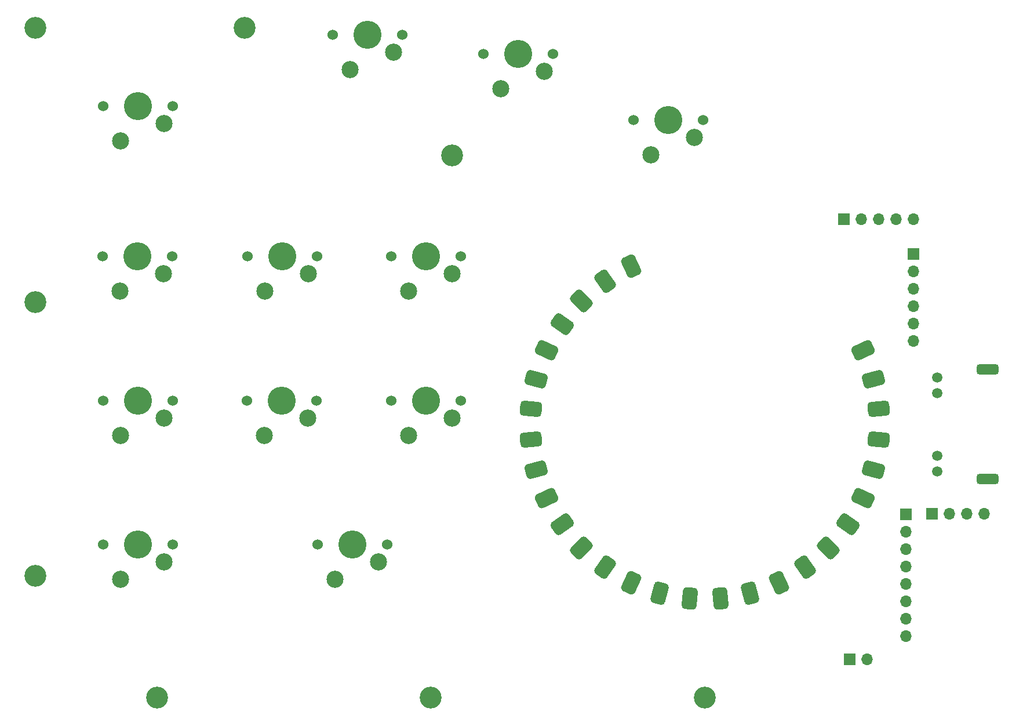
<source format=gbr>
%TF.GenerationSoftware,KiCad,Pcbnew,(6.0.9)*%
%TF.CreationDate,2023-01-29T02:38:54+01:00*%
%TF.ProjectId,PICO DEV M3 KEYPAD,5049434f-2044-4455-9620-4d33204b4559,0.1*%
%TF.SameCoordinates,Original*%
%TF.FileFunction,Soldermask,Bot*%
%TF.FilePolarity,Negative*%
%FSLAX46Y46*%
G04 Gerber Fmt 4.6, Leading zero omitted, Abs format (unit mm)*
G04 Created by KiCad (PCBNEW (6.0.9)) date 2023-01-29 02:38:54*
%MOMM*%
%LPD*%
G01*
G04 APERTURE LIST*
G04 Aperture macros list*
%AMRoundRect*
0 Rectangle with rounded corners*
0 $1 Rounding radius*
0 $2 $3 $4 $5 $6 $7 $8 $9 X,Y pos of 4 corners*
0 Add a 4 corners polygon primitive as box body*
4,1,4,$2,$3,$4,$5,$6,$7,$8,$9,$2,$3,0*
0 Add four circle primitives for the rounded corners*
1,1,$1+$1,$2,$3*
1,1,$1+$1,$4,$5*
1,1,$1+$1,$6,$7*
1,1,$1+$1,$8,$9*
0 Add four rect primitives between the rounded corners*
20,1,$1+$1,$2,$3,$4,$5,0*
20,1,$1+$1,$4,$5,$6,$7,0*
20,1,$1+$1,$6,$7,$8,$9,0*
20,1,$1+$1,$8,$9,$2,$3,0*%
G04 Aperture macros list end*
%ADD10C,3.200000*%
%ADD11R,1.700000X1.700000*%
%ADD12O,1.700000X1.700000*%
%ADD13C,4.100000*%
%ADD14C,1.524000*%
%ADD15C,2.500000*%
%ADD16C,1.500000*%
%ADD17RoundRect,0.375000X-1.225000X0.375000X-1.225000X-0.375000X1.225000X-0.375000X1.225000X0.375000X0*%
%ADD18RoundRect,0.550000X-0.942469X0.718854X-0.054307X-1.184082X0.942469X-0.718854X0.054307X1.184082X0*%
%ADD19RoundRect,0.550000X-1.052979X0.544275X0.152132X-1.175524X1.052979X-0.544275X-0.152132X1.175524X0*%
%ADD20RoundRect,0.550000X-1.131494X0.353158X0.353948X-1.131247X1.131494X-0.353158X-0.353948X1.131247X0*%
%ADD21RoundRect,0.550000X-1.175630X0.151311X0.545010X-1.052599X1.175630X-0.151311X-0.545010X1.052599X0*%
%ADD22RoundRect,0.550000X-1.184044X-0.055133X0.719512X-0.941967X1.184044X0.055133X-0.719512X0.941967X0*%
%ADD23RoundRect,0.550000X-1.156482X-0.259903X0.872152X-0.802715X1.156482X0.259903X-0.872152X0.802715X0*%
%ADD24RoundRect,0.550000X-1.093781X-0.456775X0.998292X-0.639072X1.093781X0.456775X-0.998292X0.639072X0*%
%ADD25RoundRect,0.550000X-0.997846X-0.639769X1.094099X-0.456012X0.997846X0.639769X-1.094099X0.456012X0*%
%ADD26RoundRect,0.550000X-0.871591X-0.803323X1.156663X-0.259095X0.871591X0.803323X-1.156663X0.259095X0*%
%ADD27RoundRect,0.550000X-0.718854X-0.942469X1.184082X-0.054307X0.718854X0.942469X-1.184082X0.054307X0*%
%ADD28RoundRect,0.550000X-0.544275X-1.052979X1.175524X0.152132X0.544275X1.052979X-1.175524X-0.152132X0*%
%ADD29RoundRect,0.550000X-0.353158X-1.131494X1.131247X0.353948X0.353158X1.131494X-1.131247X-0.353948X0*%
%ADD30RoundRect,0.550000X-0.151311X-1.175630X1.052599X0.545010X0.151311X1.175630X-1.052599X-0.545010X0*%
%ADD31RoundRect,0.550000X0.055133X-1.184044X0.941967X0.719512X-0.055133X1.184044X-0.941967X-0.719512X0*%
%ADD32RoundRect,0.550000X0.259903X-1.156482X0.802715X0.872152X-0.259903X1.156482X-0.802715X-0.872152X0*%
%ADD33RoundRect,0.550000X0.456775X-1.093781X0.639072X0.998292X-0.456775X1.093781X-0.639072X-0.998292X0*%
%ADD34RoundRect,0.550000X0.639769X-0.997846X0.456012X1.094099X-0.639769X0.997846X-0.456012X-1.094099X0*%
%ADD35RoundRect,0.550000X0.803323X-0.871591X0.259095X1.156663X-0.803323X0.871591X-0.259095X-1.156663X0*%
%ADD36RoundRect,0.550000X0.942469X-0.718854X0.054307X1.184082X-0.942469X0.718854X-0.054307X-1.184082X0*%
%ADD37RoundRect,0.550000X1.052979X-0.544275X-0.152132X1.175524X-1.052979X0.544275X0.152132X-1.175524X0*%
%ADD38RoundRect,0.550000X1.131494X-0.353158X-0.353948X1.131247X-1.131494X0.353158X0.353948X-1.131247X0*%
%ADD39RoundRect,0.550000X1.175630X-0.151311X-0.545010X1.052599X-1.175630X0.151311X0.545010X-1.052599X0*%
%ADD40RoundRect,0.550000X1.184044X0.055133X-0.719512X0.941967X-1.184044X-0.055133X0.719512X-0.941967X0*%
%ADD41RoundRect,0.550000X1.156482X0.259903X-0.872152X0.802715X-1.156482X-0.259903X0.872152X-0.802715X0*%
%ADD42RoundRect,0.550000X1.093781X0.456775X-0.998292X0.639072X-1.093781X-0.456775X0.998292X-0.639072X0*%
%ADD43RoundRect,0.550000X0.997846X0.639769X-1.094099X0.456012X-0.997846X-0.639769X1.094099X-0.456012X0*%
%ADD44RoundRect,0.550000X0.871591X0.803323X-1.156663X0.259095X-0.871591X-0.803323X1.156663X-0.259095X0*%
%ADD45RoundRect,0.550000X0.718854X0.942469X-1.184082X0.054307X-0.718854X-0.942469X1.184082X-0.054307X0*%
G04 APERTURE END LIST*
D10*
%TO.C,*%
X61188600Y-130860800D03*
X158953200Y-148640800D03*
X61188600Y-90881200D03*
X61176600Y-50866400D03*
X91719400Y-50850800D03*
X118948200Y-148615400D03*
X122047000Y-69494400D03*
X78943200Y-148640800D03*
%TD*%
D11*
%TO.C,J4*%
X179324000Y-78740000D03*
D12*
X181864000Y-78740000D03*
X184404000Y-78740000D03*
X186944000Y-78740000D03*
X189484000Y-78740000D03*
%TD*%
D13*
%TO.C,MK8*%
X118237000Y-105283000D03*
D14*
X113157000Y-105283000D03*
X123317000Y-105283000D03*
D15*
X122047000Y-107823000D03*
X115697000Y-110363000D03*
%TD*%
D11*
%TO.C,J1*%
X192176400Y-121793000D03*
D12*
X194716400Y-121793000D03*
X197256400Y-121793000D03*
X199796400Y-121793000D03*
%TD*%
D14*
%TO.C,MK2*%
X136779000Y-54610000D03*
D13*
X131699000Y-54610000D03*
D14*
X126619000Y-54610000D03*
D15*
X135509000Y-57150000D03*
X129159000Y-59690000D03*
%TD*%
D14*
%TO.C,MK1*%
X158750000Y-64262000D03*
X148590000Y-64262000D03*
D13*
X153670000Y-64262000D03*
D15*
X157480000Y-66802000D03*
X151130000Y-69342000D03*
%TD*%
D11*
%TO.C,J5*%
X189454000Y-83845000D03*
D12*
X189454000Y-86385000D03*
X189454000Y-88925000D03*
X189454000Y-91465000D03*
X189454000Y-94005000D03*
X189454000Y-96545000D03*
%TD*%
D16*
%TO.C,SERIAL_CONN1*%
X192958800Y-115566600D03*
X192958800Y-113276600D03*
X192958800Y-104136600D03*
X192958800Y-101846600D03*
D17*
X200318800Y-116731600D03*
X200318800Y-100681600D03*
%TD*%
D14*
%TO.C,MK5*%
X113157000Y-84201000D03*
D13*
X118237000Y-84201000D03*
D14*
X123317000Y-84201000D03*
D15*
X122047000Y-86741000D03*
X115697000Y-89281000D03*
%TD*%
D14*
%TO.C,MK12*%
X71120000Y-126238000D03*
X81280000Y-126238000D03*
D13*
X76200000Y-126238000D03*
D15*
X80010000Y-128778000D03*
X73660000Y-131318000D03*
%TD*%
D18*
%TO.C,U1*%
X148225575Y-85597592D03*
D19*
X144375549Y-87820406D03*
D20*
X140970000Y-90678000D03*
D21*
X138112406Y-94083548D03*
D22*
X135889592Y-97933574D03*
D23*
X134369098Y-102111098D03*
D24*
X133597123Y-106489186D03*
D25*
X133597123Y-110934813D03*
D26*
X134369098Y-115312902D03*
D27*
X135889592Y-119490425D03*
D28*
X138112406Y-123340451D03*
D29*
X140970000Y-126746000D03*
D30*
X144375548Y-129603594D03*
D31*
X148225574Y-131826408D03*
D32*
X152403098Y-133346902D03*
D33*
X156781186Y-134118877D03*
D34*
X161226813Y-134118877D03*
D35*
X165604902Y-133346902D03*
D36*
X169782425Y-131826408D03*
D37*
X173632451Y-129603594D03*
D38*
X177038000Y-126746000D03*
D39*
X179895594Y-123340452D03*
D40*
X182118408Y-119490426D03*
D41*
X183638902Y-115312902D03*
D42*
X184410877Y-110934814D03*
D43*
X184410877Y-106489187D03*
D44*
X183638902Y-102111098D03*
D45*
X182118408Y-97933575D03*
%TD*%
D11*
%TO.C,J3*%
X188315600Y-121843800D03*
D12*
X188315600Y-124383800D03*
X188315600Y-126923800D03*
X188315600Y-129463800D03*
X188315600Y-132003800D03*
X188315600Y-134543800D03*
X188315600Y-137083800D03*
X188315600Y-139623800D03*
%TD*%
D14*
%TO.C,MK7*%
X81153000Y-84201000D03*
D13*
X76073000Y-84201000D03*
D14*
X70993000Y-84201000D03*
D15*
X79883000Y-86741000D03*
X73533000Y-89281000D03*
%TD*%
D11*
%TO.C,J2*%
X180131400Y-143027800D03*
D12*
X182671400Y-143027800D03*
%TD*%
D13*
%TO.C,MK6*%
X97282000Y-84201000D03*
D14*
X102362000Y-84201000D03*
X92202000Y-84201000D03*
D15*
X101092000Y-86741000D03*
X94742000Y-89281000D03*
%TD*%
D13*
%TO.C,MK3*%
X109728000Y-51816000D03*
D14*
X114808000Y-51816000D03*
X104648000Y-51816000D03*
D15*
X113538000Y-54356000D03*
X107188000Y-56896000D03*
%TD*%
D13*
%TO.C,MK11*%
X107454700Y-126276100D03*
D14*
X102374700Y-126276100D03*
X112534700Y-126276100D03*
D15*
X111264700Y-128816100D03*
X104914700Y-131356100D03*
%TD*%
D13*
%TO.C,MK9*%
X97155000Y-105283000D03*
D14*
X92075000Y-105283000D03*
X102235000Y-105283000D03*
D15*
X100965000Y-107823000D03*
X94615000Y-110363000D03*
%TD*%
D14*
%TO.C,MK4*%
X71120000Y-62230000D03*
X81280000Y-62230000D03*
D13*
X76200000Y-62230000D03*
D15*
X80010000Y-64770000D03*
X73660000Y-67310000D03*
%TD*%
D13*
%TO.C,MK10*%
X76200000Y-105283000D03*
D14*
X81280000Y-105283000D03*
X71120000Y-105283000D03*
D15*
X80010000Y-107823000D03*
X73660000Y-110363000D03*
%TD*%
M02*

</source>
